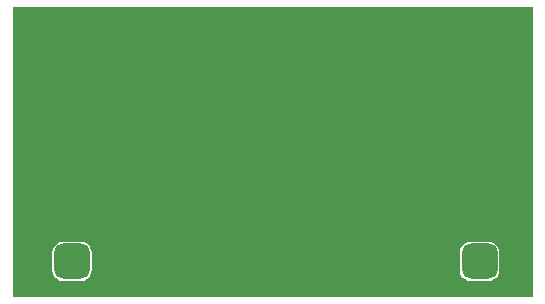
<source format=gbl>
G04*
G04 #@! TF.GenerationSoftware,Altium Limited,Altium Designer,21.3.2 (30)*
G04*
G04 Layer_Physical_Order=2*
G04 Layer_Color=16711680*
%FSLAX25Y25*%
%MOIN*%
G70*
G04*
G04 #@! TF.SameCoordinates,85017F29-9A71-4B45-BEFD-3BEF8A3D19F2*
G04*
G04*
G04 #@! TF.FilePolarity,Positive*
G04*
G01*
G75*
G04:AMPARAMS|DCode=32|XSize=118.11mil|YSize=118.11mil|CornerRadius=29.53mil|HoleSize=0mil|Usage=FLASHONLY|Rotation=0.000|XOffset=0mil|YOffset=0mil|HoleType=Round|Shape=RoundedRectangle|*
%AMROUNDEDRECTD32*
21,1,0.11811,0.05906,0,0,0.0*
21,1,0.05906,0.11811,0,0,0.0*
1,1,0.05906,0.02953,-0.02953*
1,1,0.05906,-0.02953,-0.02953*
1,1,0.05906,-0.02953,0.02953*
1,1,0.05906,0.02953,0.02953*
%
%ADD32ROUNDEDRECTD32*%
%ADD33C,0.02756*%
G36*
X271654Y403543D02*
X98425D01*
Y500000D01*
X271654D01*
Y403543D01*
D02*
G37*
%LPC*%
G36*
X256890Y421889D02*
X250984D01*
X250057Y421767D01*
X249193Y421409D01*
X248451Y420840D01*
X247882Y420098D01*
X247524Y419234D01*
X247402Y418307D01*
Y412402D01*
X247524Y411475D01*
X247882Y410611D01*
X248451Y409869D01*
X249193Y409300D01*
X250057Y408942D01*
X250984Y408820D01*
X256890D01*
X257817Y408942D01*
X258681Y409300D01*
X259422Y409869D01*
X259992Y410611D01*
X260349Y411475D01*
X260472Y412402D01*
Y418307D01*
X260349Y419234D01*
X259992Y420098D01*
X259422Y420840D01*
X258681Y421409D01*
X257817Y421767D01*
X256890Y421889D01*
D02*
G37*
G36*
X121063D02*
X115157D01*
X114230Y421767D01*
X113367Y421409D01*
X112625Y420840D01*
X112056Y420098D01*
X111698Y419234D01*
X111576Y418307D01*
Y412402D01*
X111698Y411475D01*
X112056Y410611D01*
X112625Y409869D01*
X113367Y409300D01*
X114230Y408942D01*
X115157Y408820D01*
X121063D01*
X121990Y408942D01*
X122854Y409300D01*
X123596Y409869D01*
X124165Y410611D01*
X124523Y411475D01*
X124645Y412402D01*
Y418307D01*
X124523Y419234D01*
X124165Y420098D01*
X123596Y420840D01*
X122854Y421409D01*
X121990Y421767D01*
X121063Y421889D01*
D02*
G37*
%LPD*%
D32*
X253937Y415354D02*
D03*
X118110D02*
D03*
X253937Y490158D02*
D03*
X118110D02*
D03*
D33*
X265748Y472441D02*
D03*
X259842Y460630D02*
D03*
X265748Y448819D02*
D03*
Y425197D02*
D03*
X253937Y472441D02*
D03*
X236220Y484252D02*
D03*
X224409Y413386D02*
D03*
X212598Y484252D02*
D03*
Y413386D02*
D03*
X200787Y484252D02*
D03*
X206693Y425197D02*
D03*
X183071Y472441D02*
D03*
X141732Y484252D02*
D03*
Y460630D02*
D03*
Y413386D02*
D03*
X129921Y484252D02*
D03*
X135827Y472441D02*
D03*
X129921Y460630D02*
D03*
X106299Y484252D02*
D03*
X112205Y472441D02*
D03*
X106299Y460630D02*
D03*
M02*

</source>
